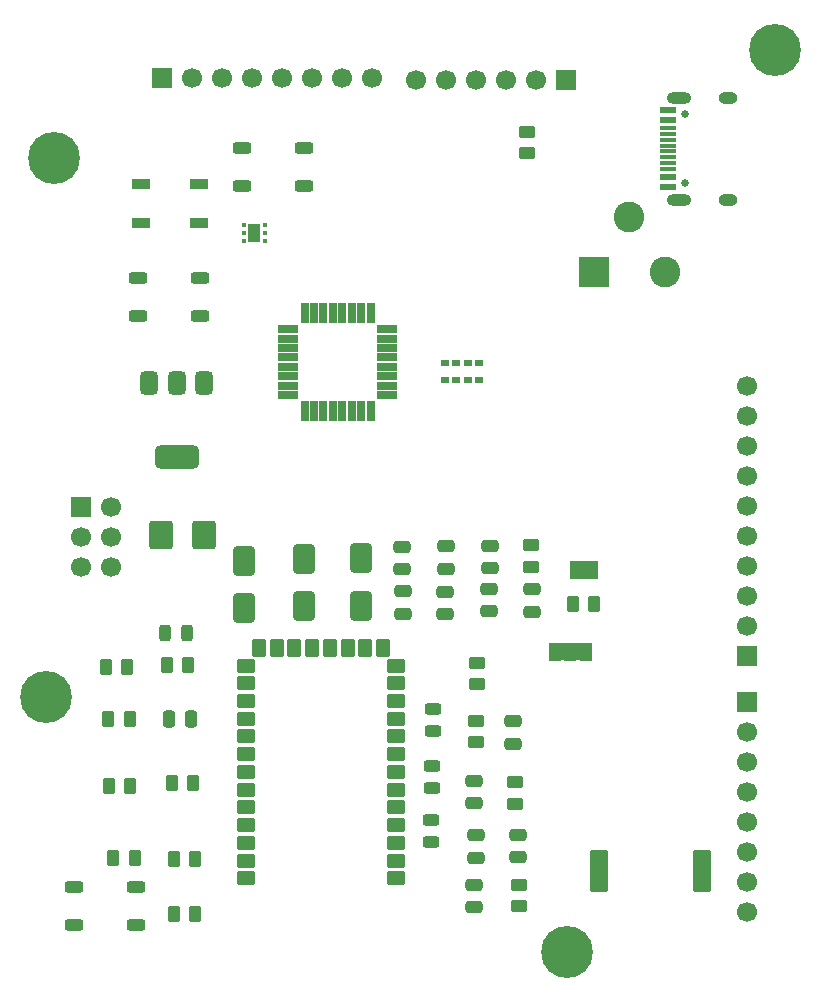
<source format=gbr>
%TF.GenerationSoftware,KiCad,Pcbnew,9.0.2-9.0.2-0~ubuntu22.04.1*%
%TF.CreationDate,2025-06-26T08:40:55+05:30*%
%TF.ProjectId,ARDUNIO_ADV,41524455-4e49-44f5-9f41-44562e6b6963,rev?*%
%TF.SameCoordinates,Original*%
%TF.FileFunction,Soldermask,Top*%
%TF.FilePolarity,Negative*%
%FSLAX46Y46*%
G04 Gerber Fmt 4.6, Leading zero omitted, Abs format (unit mm)*
G04 Created by KiCad (PCBNEW 9.0.2-9.0.2-0~ubuntu22.04.1) date 2025-06-26 08:40:55*
%MOMM*%
%LPD*%
G01*
G04 APERTURE LIST*
G04 Aperture macros list*
%AMRoundRect*
0 Rectangle with rounded corners*
0 $1 Rounding radius*
0 $2 $3 $4 $5 $6 $7 $8 $9 X,Y pos of 4 corners*
0 Add a 4 corners polygon primitive as box body*
4,1,4,$2,$3,$4,$5,$6,$7,$8,$9,$2,$3,0*
0 Add four circle primitives for the rounded corners*
1,1,$1+$1,$2,$3*
1,1,$1+$1,$4,$5*
1,1,$1+$1,$6,$7*
1,1,$1+$1,$8,$9*
0 Add four rect primitives between the rounded corners*
20,1,$1+$1,$2,$3,$4,$5,0*
20,1,$1+$1,$4,$5,$6,$7,0*
20,1,$1+$1,$6,$7,$8,$9,0*
20,1,$1+$1,$8,$9,$2,$3,0*%
G04 Aperture macros list end*
%ADD10RoundRect,0.250000X-0.262500X-0.450000X0.262500X-0.450000X0.262500X0.450000X-0.262500X0.450000X0*%
%ADD11RoundRect,0.250000X-0.475000X0.250000X-0.475000X-0.250000X0.475000X-0.250000X0.475000X0.250000X0*%
%ADD12RoundRect,0.250000X0.475000X-0.250000X0.475000X0.250000X-0.475000X0.250000X-0.475000X-0.250000X0*%
%ADD13RoundRect,0.250000X0.650000X-1.000000X0.650000X1.000000X-0.650000X1.000000X-0.650000X-1.000000X0*%
%ADD14RoundRect,0.250000X-0.525000X-0.250000X0.525000X-0.250000X0.525000X0.250000X-0.525000X0.250000X0*%
%ADD15C,0.700000*%
%ADD16C,4.400000*%
%ADD17C,0.650000*%
%ADD18R,1.450000X0.600000*%
%ADD19R,1.450000X0.300000*%
%ADD20O,2.100000X1.000000*%
%ADD21O,1.600000X1.000000*%
%ADD22R,2.600000X2.600000*%
%ADD23C,2.600000*%
%ADD24R,1.700000X1.700000*%
%ADD25C,1.700000*%
%ADD26RoundRect,0.250000X0.450000X-0.262500X0.450000X0.262500X-0.450000X0.262500X-0.450000X-0.262500X0*%
%ADD27RoundRect,0.250000X0.262500X0.450000X-0.262500X0.450000X-0.262500X-0.450000X0.262500X-0.450000X0*%
%ADD28RoundRect,0.102000X-0.650000X-1.700000X0.650000X-1.700000X0.650000X1.700000X-0.650000X1.700000X0*%
%ADD29RoundRect,0.250000X-0.450000X0.262500X-0.450000X-0.262500X0.450000X-0.262500X0.450000X0.262500X0*%
%ADD30RoundRect,0.250000X-0.250000X-0.475000X0.250000X-0.475000X0.250000X0.475000X-0.250000X0.475000X0*%
%ADD31RoundRect,0.093750X-0.093750X-0.106250X0.093750X-0.106250X0.093750X0.106250X-0.093750X0.106250X0*%
%ADD32R,1.000000X1.600000*%
%ADD33RoundRect,0.090000X-0.660000X-0.360000X0.660000X-0.360000X0.660000X0.360000X-0.660000X0.360000X0*%
%ADD34RoundRect,0.375000X-0.375000X0.625000X-0.375000X-0.625000X0.375000X-0.625000X0.375000X0.625000X0*%
%ADD35RoundRect,0.500000X-1.400000X0.500000X-1.400000X-0.500000X1.400000X-0.500000X1.400000X0.500000X0*%
%ADD36RoundRect,0.243750X0.456250X-0.243750X0.456250X0.243750X-0.456250X0.243750X-0.456250X-0.243750X0*%
%ADD37R,1.000000X1.500000*%
%ADD38RoundRect,0.250000X0.750000X0.950000X-0.750000X0.950000X-0.750000X-0.950000X0.750000X-0.950000X0*%
%ADD39RoundRect,0.102000X0.650000X0.500000X-0.650000X0.500000X-0.650000X-0.500000X0.650000X-0.500000X0*%
%ADD40RoundRect,0.102000X0.500000X0.650000X-0.500000X0.650000X-0.500000X-0.650000X0.500000X-0.650000X0*%
%ADD41RoundRect,0.243750X-0.243750X-0.456250X0.243750X-0.456250X0.243750X0.456250X-0.243750X0.456250X0*%
%ADD42RoundRect,0.094250X0.742750X0.282750X-0.742750X0.282750X-0.742750X-0.282750X0.742750X-0.282750X0*%
%ADD43RoundRect,0.094250X0.282750X0.742750X-0.282750X0.742750X-0.282750X-0.742750X0.282750X-0.742750X0*%
%ADD44RoundRect,0.243750X-0.456250X0.243750X-0.456250X-0.243750X0.456250X-0.243750X0.456250X0.243750X0*%
%ADD45R,0.720000X0.600000*%
G04 APERTURE END LIST*
%TO.C,JP1*%
G36*
X153900000Y-116250000D02*
G01*
X155500000Y-116250000D01*
X155500000Y-117750000D01*
X153900000Y-117750000D01*
X153900000Y-116250000D01*
G37*
%TO.C,JP2*%
G36*
X155714800Y-109359000D02*
G01*
X156014800Y-109359000D01*
X156014800Y-110859000D01*
X155714800Y-110859000D01*
X155714800Y-109359000D01*
G37*
%TD*%
D10*
%TO.C,R12*%
X115980200Y-134442200D03*
X117805200Y-134442200D03*
%TD*%
D11*
%TO.C,C3*%
X147929600Y-108031200D03*
X147929600Y-109931200D03*
%TD*%
D12*
%TO.C,C11*%
X151485600Y-113634600D03*
X151485600Y-111734600D03*
%TD*%
D11*
%TO.C,C1*%
X140538200Y-111912400D03*
X140538200Y-113812400D03*
%TD*%
D13*
%TO.C,D5*%
X132130800Y-113131600D03*
X132130800Y-109131600D03*
%TD*%
D14*
%TO.C,EN*%
X118110000Y-85395200D03*
X123360000Y-85395200D03*
X118110000Y-88595200D03*
X123360000Y-88595200D03*
%TD*%
D15*
%TO.C,H4*%
X109300000Y-75200000D03*
X109783274Y-74033274D03*
X109783274Y-76366726D03*
X110950000Y-73550000D03*
D16*
X110950000Y-75200000D03*
D15*
X110950000Y-76850000D03*
X112116726Y-74033274D03*
X112116726Y-76366726D03*
X112600000Y-75200000D03*
%TD*%
D17*
%TO.C,USB-C*%
X164430000Y-77300000D03*
X164430000Y-71520000D03*
D18*
X162985000Y-77660000D03*
X162985000Y-76860000D03*
D19*
X162985000Y-75660000D03*
X162985000Y-74660000D03*
X162985000Y-74160000D03*
X162985000Y-73160000D03*
D18*
X162985000Y-71960000D03*
X162985000Y-71160000D03*
X162985000Y-71160000D03*
X162985000Y-71960000D03*
D19*
X162985000Y-72660000D03*
X162985000Y-73660000D03*
X162985000Y-75160000D03*
X162985000Y-76160000D03*
D18*
X162985000Y-76860000D03*
X162985000Y-77660000D03*
D20*
X163900000Y-78730000D03*
D21*
X168080000Y-78730000D03*
D20*
X163900000Y-70090000D03*
D21*
X168080000Y-70090000D03*
%TD*%
D22*
%TO.C,12V IN*%
X156700000Y-84900000D03*
D23*
X162700000Y-84900000D03*
X159700000Y-80200000D03*
%TD*%
D24*
%TO.C,J3-1*%
X154360000Y-68570000D03*
D25*
X151820000Y-68570000D03*
X149280000Y-68570000D03*
X146740000Y-68570000D03*
X144200000Y-68570000D03*
X141660000Y-68570000D03*
%TD*%
D26*
%TO.C,R14*%
X151000000Y-74825000D03*
X151000000Y-73000000D03*
%TD*%
D27*
%TO.C,R10*%
X122783600Y-128143000D03*
X120958600Y-128143000D03*
%TD*%
D28*
%TO.C,BZ1*%
X157162000Y-135559800D03*
X165862000Y-135559800D03*
%TD*%
D24*
%TO.C,J2-1*%
X120090000Y-68440000D03*
D25*
X122630000Y-68440000D03*
X125170000Y-68440000D03*
X127710000Y-68440000D03*
X130250000Y-68440000D03*
X132790000Y-68440000D03*
X135330000Y-68440000D03*
X137870000Y-68440000D03*
%TD*%
D29*
%TO.C,R15*%
X150317200Y-136732000D03*
X150317200Y-138557000D03*
%TD*%
D30*
%TO.C,C7*%
X120680400Y-122707400D03*
X122580400Y-122707400D03*
%TD*%
D14*
%TO.C,D3*%
X126931600Y-74397000D03*
X132181600Y-74397000D03*
X126931600Y-77597000D03*
X132181600Y-77597000D03*
%TD*%
D11*
%TO.C,C4*%
X144145000Y-108082000D03*
X144145000Y-109982000D03*
%TD*%
D10*
%TO.C,R7*%
X115573800Y-122707400D03*
X117398800Y-122707400D03*
%TD*%
D13*
%TO.C,D3*%
X136982200Y-113106200D03*
X136982200Y-109106200D03*
%TD*%
D31*
%TO.C,U2*%
X127053800Y-80919800D03*
X127053800Y-81569800D03*
X127053800Y-82219800D03*
X128828800Y-82219800D03*
X128828800Y-81569800D03*
X128828800Y-80919800D03*
D32*
X127941300Y-81569800D03*
%TD*%
D33*
%TO.C,RGB-D13*%
X118338600Y-77395800D03*
X118338600Y-80695800D03*
X123238600Y-80695800D03*
X123238600Y-77395800D03*
%TD*%
D12*
%TO.C,C10*%
X149885400Y-124815600D03*
X149885400Y-122915600D03*
%TD*%
%TO.C,C8*%
X146558000Y-129844800D03*
X146558000Y-127944800D03*
%TD*%
D26*
%TO.C,R6*%
X146761200Y-119761000D03*
X146761200Y-117936000D03*
%TD*%
D27*
%TO.C,R1*%
X117170200Y-118287800D03*
X115345200Y-118287800D03*
%TD*%
D29*
%TO.C,R13*%
X151409400Y-108004600D03*
X151409400Y-109829600D03*
%TD*%
D14*
%TO.C,EN-BT*%
X112656800Y-136957200D03*
X117906800Y-136957200D03*
X112656800Y-140157200D03*
X117906800Y-140157200D03*
%TD*%
D34*
%TO.C,U3*%
X123661200Y-94233200D03*
X121361200Y-94233200D03*
D35*
X121361200Y-100533200D03*
D34*
X119061200Y-94233200D03*
%TD*%
D36*
%TO.C,BT*%
X142875000Y-133096000D03*
X142875000Y-131221000D03*
%TD*%
D11*
%TO.C,C13*%
X146558000Y-136753600D03*
X146558000Y-138653600D03*
%TD*%
D27*
%TO.C,R9*%
X156718000Y-113004600D03*
X154893000Y-113004600D03*
%TD*%
D37*
%TO.C,JP1*%
X153400000Y-117000000D03*
X154700000Y-117000000D03*
X156000000Y-117000000D03*
%TD*%
D12*
%TO.C,C5*%
X140411200Y-110007400D03*
X140411200Y-108107400D03*
%TD*%
D24*
%TO.C,J1-1*%
X169650000Y-117390000D03*
D25*
X169650000Y-114850000D03*
X169650000Y-112310000D03*
X169650000Y-109770000D03*
X169650000Y-107230000D03*
X169650000Y-104690000D03*
X169650000Y-102150000D03*
X169650000Y-99610000D03*
X169650000Y-97070000D03*
X169650000Y-94530000D03*
%TD*%
D38*
%TO.C,16Mhz*%
X123723400Y-107162600D03*
X120023400Y-107162600D03*
%TD*%
D27*
%TO.C,R11*%
X122961400Y-134569200D03*
X121136400Y-134569200D03*
%TD*%
D10*
%TO.C,R3*%
X115624600Y-128422400D03*
X117449600Y-128422400D03*
%TD*%
D15*
%TO.C,H2*%
X152750000Y-142450000D03*
X153233274Y-141283274D03*
X153233274Y-143616726D03*
X154400000Y-140800000D03*
D16*
X154400000Y-142450000D03*
D15*
X154400000Y-144100000D03*
X155566726Y-141283274D03*
X155566726Y-143616726D03*
X156050000Y-142450000D03*
%TD*%
D11*
%TO.C,C12*%
X150241000Y-132491400D03*
X150241000Y-134391400D03*
%TD*%
D39*
%TO.C,U5*%
X139940000Y-136190000D03*
X139940000Y-134690000D03*
X139940000Y-133190000D03*
X139940000Y-131690000D03*
X139940000Y-130190000D03*
X139940000Y-128690000D03*
X139940000Y-127190000D03*
X139940000Y-125690000D03*
X139940000Y-124190000D03*
X139940000Y-122690000D03*
X139940000Y-121190000D03*
X139940000Y-119690000D03*
X139940000Y-118190000D03*
D40*
X138840000Y-116690000D03*
X137340000Y-116690000D03*
X135840000Y-116690000D03*
X134340000Y-116690000D03*
X132840000Y-116690000D03*
X131340000Y-116690000D03*
X129840000Y-116690000D03*
X128340000Y-116690000D03*
D39*
X127240000Y-118190000D03*
X127240000Y-119690000D03*
X127240000Y-121190000D03*
X127240000Y-122690000D03*
X127240000Y-124190000D03*
X127240000Y-125690000D03*
X127240000Y-127190000D03*
X127240000Y-128690000D03*
X127240000Y-130190000D03*
X127240000Y-131690000D03*
X127240000Y-133190000D03*
X127240000Y-134690000D03*
X127240000Y-136190000D03*
%TD*%
D41*
%TO.C,BT-PWR*%
X120398300Y-115443000D03*
X122273300Y-115443000D03*
%TD*%
D42*
%TO.C,U1*%
X139170000Y-95300000D03*
X139170000Y-94500000D03*
X139170000Y-93700000D03*
X139170000Y-92900000D03*
X139170000Y-92100000D03*
X139170000Y-91300000D03*
X139170000Y-90500000D03*
X139170000Y-89700000D03*
D43*
X137800000Y-88330000D03*
X137000000Y-88330000D03*
X136200000Y-88330000D03*
X135400000Y-88330000D03*
X134600000Y-88330000D03*
X133800000Y-88330000D03*
X133000000Y-88330000D03*
X132200000Y-88330000D03*
D42*
X130830000Y-89700000D03*
X130830000Y-90500000D03*
X130830000Y-91300000D03*
X130830000Y-92100000D03*
X130830000Y-92900000D03*
X130830000Y-93700000D03*
X130830000Y-94500000D03*
X130830000Y-95300000D03*
D43*
X132200000Y-96670000D03*
X133000000Y-96670000D03*
X133800000Y-96670000D03*
X134600000Y-96670000D03*
X135400000Y-96670000D03*
X136200000Y-96670000D03*
X137000000Y-96670000D03*
X137800000Y-96670000D03*
%TD*%
D26*
%TO.C,R5*%
X149987000Y-129866400D03*
X149987000Y-128041400D03*
%TD*%
D12*
%TO.C,C9*%
X146685000Y-134467600D03*
X146685000Y-132567600D03*
%TD*%
D37*
%TO.C,JP2*%
X155214800Y-110109000D03*
X156514800Y-110109000D03*
%TD*%
D24*
%TO.C,J1*%
X113309400Y-104749600D03*
D25*
X115849400Y-104749600D03*
X113309400Y-107289600D03*
X115849400Y-107289600D03*
X113309400Y-109829600D03*
X115849400Y-109829600D03*
%TD*%
D10*
%TO.C,R4*%
X120526800Y-118160800D03*
X122351800Y-118160800D03*
%TD*%
D24*
%TO.C,J4-1*%
X169700000Y-121240000D03*
D25*
X169700000Y-123780000D03*
X169700000Y-126320000D03*
X169700000Y-128860000D03*
X169700000Y-131400000D03*
X169700000Y-133940000D03*
X169700000Y-136480000D03*
X169700000Y-139020000D03*
%TD*%
D13*
%TO.C,D1*%
X127101600Y-113334800D03*
X127101600Y-109334800D03*
%TD*%
D12*
%TO.C,C6*%
X144094200Y-113817400D03*
X144094200Y-111917400D03*
%TD*%
D29*
%TO.C,R2*%
X146685000Y-122863600D03*
X146685000Y-124688600D03*
%TD*%
D11*
%TO.C,C2*%
X147828000Y-111688800D03*
X147828000Y-113588800D03*
%TD*%
D10*
%TO.C,R8*%
X121136400Y-139242800D03*
X122961400Y-139242800D03*
%TD*%
D44*
%TO.C,PWR*%
X143052800Y-121843800D03*
X143052800Y-123718800D03*
%TD*%
D15*
%TO.C,H1*%
X170366726Y-66066726D03*
X170850000Y-64900000D03*
X170850000Y-67233452D03*
X172016726Y-64416726D03*
D16*
X172016726Y-66066726D03*
D15*
X172016726Y-67716726D03*
X173183452Y-64900000D03*
X173183452Y-67233452D03*
X173666726Y-66066726D03*
%TD*%
D44*
%TO.C,5V-LDO*%
X142976600Y-126699800D03*
X142976600Y-128574800D03*
%TD*%
D15*
%TO.C,H3*%
X108616726Y-120883274D03*
X109100000Y-119716548D03*
X109100000Y-122050000D03*
X110266726Y-119233274D03*
D16*
X110266726Y-120883274D03*
D15*
X110266726Y-122533274D03*
X111433452Y-119716548D03*
X111433452Y-122050000D03*
X111916726Y-120883274D03*
%TD*%
D45*
%TO.C,U4*%
X144090000Y-92600000D03*
X145060000Y-92600000D03*
X146030000Y-92600000D03*
X147000000Y-92600000D03*
X147000000Y-94000000D03*
X146030000Y-94000000D03*
X145060000Y-94000000D03*
X144090000Y-94000000D03*
%TD*%
M02*

</source>
